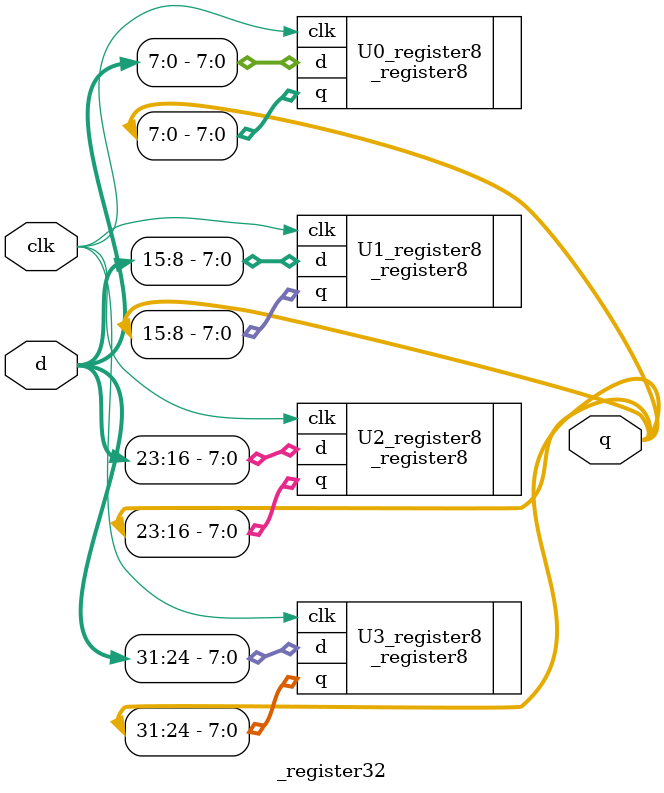
<source format=v>
module _register32(clk, d, q);//32-bits register module
input clk;
input [31:0] d;
output [31:0] q;

_register8 U0_register8(.clk(clk),.d(d[7:0]),.q(q[7:0]));
_register8 U1_register8(.clk(clk),.d(d[15:8]),.q(q[15:8]));
_register8 U2_register8(.clk(clk),.d(d[23:16]),.q(q[23:16]));
_register8 U3_register8(.clk(clk),.d(d[31:24]),.q(q[31:24]));
//instance of 8 bits register
endmodule 
</source>
